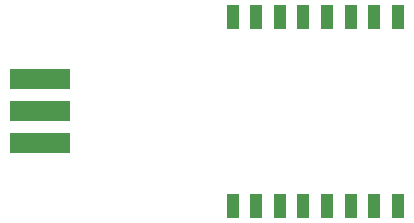
<source format=gbr>
%TF.GenerationSoftware,KiCad,Pcbnew,7.0.1-0*%
%TF.CreationDate,2023-11-24T13:11:02+01:00*%
%TF.ProjectId,LoRa_Hat,4c6f5261-5f48-4617-942e-6b696361645f,rev?*%
%TF.SameCoordinates,Original*%
%TF.FileFunction,Paste,Bot*%
%TF.FilePolarity,Positive*%
%FSLAX46Y46*%
G04 Gerber Fmt 4.6, Leading zero omitted, Abs format (unit mm)*
G04 Created by KiCad (PCBNEW 7.0.1-0) date 2023-11-24 13:11:02*
%MOMM*%
%LPD*%
G01*
G04 APERTURE LIST*
%ADD10R,1.000000X2.000000*%
%ADD11R,5.080000X1.800000*%
G04 APERTURE END LIST*
D10*
%TO.C,U1*%
X143670000Y-107610000D03*
X141670000Y-107610000D03*
X139670000Y-107610000D03*
X137670000Y-107610000D03*
X135670000Y-107610000D03*
X133670000Y-107610000D03*
X131670000Y-107610000D03*
X129670000Y-107610000D03*
X129670000Y-91610000D03*
X131670000Y-91610000D03*
X133670000Y-91610000D03*
X135670000Y-91610000D03*
X137670000Y-91610000D03*
X139670000Y-91610000D03*
X141670000Y-91610000D03*
X143670000Y-91610000D03*
%TD*%
D11*
%TO.C,J5*%
X113350000Y-99610000D03*
X113350000Y-96910000D03*
X113350000Y-102310000D03*
%TD*%
M02*

</source>
